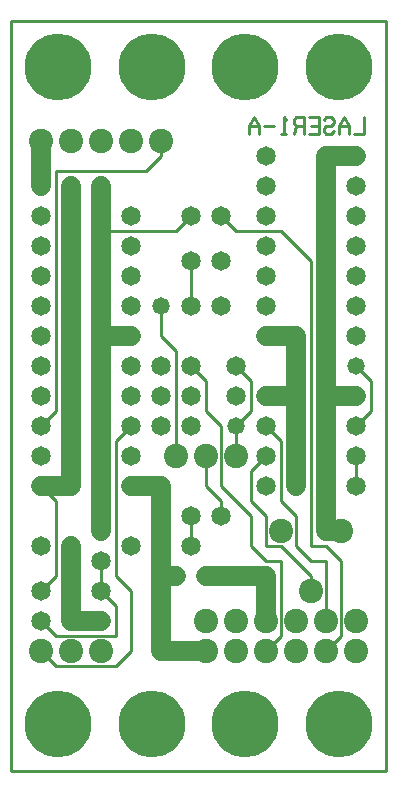
<source format=gbl>
%MOIN*%
%FSLAX25Y25*%
G04 D10 used for Character Trace; *
G04     Circle (OD=.01000) (No hole)*
G04 D11 used for Power Trace; *
G04     Circle (OD=.06700) (No hole)*
G04 D12 used for Signal Trace; *
G04     Circle (OD=.01100) (No hole)*
G04 D13 used for Via; *
G04     Circle (OD=.05800) (Round. Hole ID=.02800)*
G04 D14 used for Component hole; *
G04     Circle (OD=.06500) (Round. Hole ID=.03500)*
G04 D15 used for Component hole; *
G04     Circle (OD=.06700) (Round. Hole ID=.04300)*
G04 D16 used for Component hole; *
G04     Circle (OD=.08100) (Round. Hole ID=.05100)*
G04 D17 used for Component hole; *
G04     Circle (OD=.08900) (Round. Hole ID=.05900)*
G04 D18 used for Component hole; *
G04     Circle (OD=.11300) (Round. Hole ID=.08300)*
G04 D19 used for Component hole; *
G04     Circle (OD=.16000) (Round. Hole ID=.13000)*
G04 D20 used for Component hole; *
G04     Circle (OD=.18300) (Round. Hole ID=.15300)*
G04 D21 used for Component hole; *
G04     Circle (OD=.22291) (Round. Hole ID=.19291)*
%ADD10C,.01000*%
%ADD11C,.06700*%
%ADD12C,.01100*%
%ADD13C,.05800*%
%ADD14C,.06500*%
%ADD15C,.06700*%
%ADD16C,.08100*%
%ADD17C,.08900*%
%ADD18C,.11300*%
%ADD19C,.16000*%
%ADD20C,.18300*%
%ADD21C,.22291*%
%IPPOS*%
%LPD*%
G90*X0Y0D02*D21*X15625Y15625D03*D12*              
X15000Y35000D02*X35000D01*X15000D02*              
X10000Y40000D01*D16*D03*D12*X15000Y45000D02*      
X35000D01*Y55000D01*X30000Y60000D01*D14*D03*D12*  
Y70000D01*D14*D03*D12*X40000Y60000D02*            
X35000Y65000D01*X40000Y40000D02*Y60000D01*        
X35000Y35000D02*X40000Y40000D01*D16*X30000D03*D11*
X20000Y50000D02*X30000D01*D14*D03*D16*            
X20000Y40000D03*D11*Y50000D02*Y75000D01*D14*D03*  
D12*X10000Y60000D02*X15000Y65000D01*D14*          
X10000Y60000D03*D12*X15000Y65000D02*Y90000D01*    
X10000Y95000D01*D14*D03*D11*X20000D01*Y145000D01* 
D13*D03*D11*Y170000D01*D13*D03*D11*Y195000D01*D13*
D03*D12*X15000Y120000D02*Y200000D01*              
X10000Y115000D02*X15000Y120000D01*D14*            
X10000Y115000D03*Y125000D03*Y105000D03*Y135000D03*
D12*X35000Y65000D02*Y110000D01*D14*               
X40000Y75000D03*D11*X50000Y40000D02*Y65000D01*    
Y40000D02*X65000D01*D16*D03*X75000Y50000D03*      
Y40000D03*X65000Y50000D03*X85000Y40000D03*D12*    
X90000Y45000D01*Y70000D01*X85000D01*              
X80000Y75000D01*Y85000D01*X70000Y95000D01*        
Y115000D01*X65000Y120000D01*Y130000D01*           
X60000Y135000D01*D14*D03*D12*X55000Y105000D02*    
Y140000D01*D16*Y105000D03*D12*X70000Y90000D02*    
X65000Y95000D01*X70000Y85000D02*Y90000D01*D14*    
Y85000D03*X60000Y75000D03*D12*Y85000D01*D14*D03*  
D11*X50000Y65000D02*Y95000D01*Y65000D02*X55000D01*
D14*D03*X65000D03*D11*X85000D01*Y50000D01*D16*D03*
X95000Y40000D03*Y50000D03*D12*X100000Y60000D02*   
Y65000D01*D16*Y60000D03*D12*Y65000D02*            
X90000Y75000D01*X85000D01*Y85000D01*              
X80000Y90000D01*Y100000D01*X85000Y105000D01*D14*  
D03*D12*X90000Y90000D02*Y110000D01*               
X95000Y85000D02*X90000Y90000D01*X95000Y75000D02*  
Y85000D01*X100000Y70000D02*X95000Y75000D01*       
X100000Y70000D02*X105000D01*Y50000D01*D16*D03*D12*
Y40000D02*X110000Y45000D01*D16*X105000Y40000D03*  
D12*X110000Y45000D02*Y70000D01*X105000Y75000D01*  
X100000D01*Y170000D01*X90000Y180000D01*X75000D01* 
X70000Y185000D01*D14*D03*X60000D03*D12*           
X55000Y180000D01*X30000D01*D11*Y145000D01*        
Y80000D01*D14*D03*X40000Y95000D03*D11*X50000D01*  
D14*X40000Y105000D03*D12*X35000Y110000D02*        
X40000Y115000D01*D14*D03*X50000Y125000D03*        
Y115000D03*X40000Y125000D03*X50000Y135000D03*     
X60000Y115000D03*X40000Y135000D03*                
X60000Y125000D03*D12*X65000Y95000D02*Y105000D01*  
D16*D03*D13*X75000Y115000D03*D12*Y105000D01*D16*  
D03*D14*X85000Y95000D03*Y115000D03*D12*           
X90000Y110000D01*X75000Y115000D02*                
X80000Y120000D01*Y130000D01*X75000Y135000D01*D14* 
D03*X85000Y125000D03*D11*X95000D01*Y95000D01*D13* 
D03*D11*X105000Y80000D02*Y85000D01*Y80000D02*     
X110000D01*D16*D03*D12*X105000D02*Y85000D01*D11*  
Y125000D01*X115000D01*D14*D03*D12*Y115000D02*     
X120000Y120000D01*D14*X115000Y115000D03*D12*      
X120000Y120000D02*Y130000D01*X115000Y135000D01*   
D13*D03*D11*X105000Y125000D02*Y205000D01*         
X115000D01*D14*D03*Y195000D03*Y185000D03*         
X85000Y175000D03*Y205000D03*X115000Y175000D03*D21*
X109375Y234375D03*D14*X85000Y195000D03*Y185000D03*
D21*X78125Y234375D03*D10*X117511Y217871D02*       
Y212129D01*X114163D01*X112511D02*Y215000D01*      
X110837Y217871D01*X109163Y215000D01*Y212129D01*   
X112511Y215000D02*X109163D01*X104163Y216914D02*   
X105000Y217871D01*X106674D01*X107511Y216914D01*   
Y215957D01*X106674Y215000D01*X105000D01*          
X104163Y214043D01*Y213086D01*X105000Y212129D01*   
X106674D01*X107511Y213086D01*X99163Y212129D02*    
X102511D01*Y217871D01*X99163D01*X102511Y215000D02*
X100000D01*X97511Y212129D02*Y217871D01*X95000D01* 
X94163Y216914D01*Y215957D01*X95000Y215000D01*     
X97511D01*X95000D02*X94163Y212129D01*             
X91674Y216914D02*X90837Y217871D01*Y212129D01*     
X91674D02*X90000D01*X87511Y215000D02*X84163D01*   
X82511Y212129D02*Y215000D01*X80837Y217871D01*     
X79163Y215000D01*Y212129D01*X82511Y215000D02*     
X79163D01*D14*X85000Y165000D03*X115000D03*D12*    
X125000Y0D02*Y250000D01*X0Y0D02*X125000D01*X0D02* 
Y250000D01*X125000D01*D16*X50000Y210000D03*D12*   
Y205000D01*X45000Y200000D01*X15000D01*D14*        
X10000Y195000D03*D11*Y210000D01*D16*D03*X20000D03*
D14*X30000Y195000D03*D11*Y180000D01*D14*          
X40000Y175000D03*Y185000D03*Y165000D03*           
X10000Y185000D03*Y175000D03*Y165000D03*Y155000D03*
X40000D03*D13*X50000D03*D12*Y145000D01*           
X55000Y140000D01*D14*X70000Y155000D03*X60000D03*  
D12*Y170000D01*D14*D03*X70000D03*X85000Y145000D03*
D11*X95000D01*Y125000D01*D14*X115000Y105000D03*   
D12*Y95000D01*D14*D03*D16*X90000Y80000D03*D14*    
X75000Y125000D03*D16*X115000Y50000D03*D14*        
Y145000D03*D16*Y40000D03*D14*Y155000D03*X85000D03*
X40000Y145000D03*D11*X30000D01*D14*X10000D03*D16* 
X40000Y210000D03*X30000D03*D14*X10000Y75000D03*   
D21*X46875Y234375D03*X15625D03*D14*               
X10000Y50000D03*D12*X15000Y45000D01*D21*          
X46875Y15625D03*X78125D03*X109375D03*M02*         

</source>
